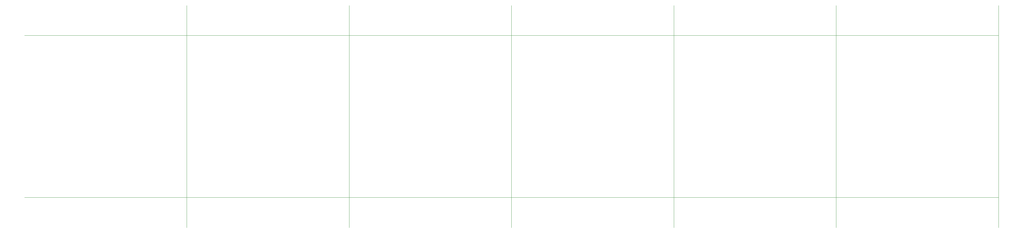
<source format=gbr>
G75*
G70*
%OFA0B0*%
%FSLAX25Y25*%
%IPPOS*%
%LPD*%
%AMOC8*
5,1,8,0,0,1.08239X$1,22.5*
%
%ADD10C,0.00100*%
D10*
X0010000Y0010000D02*
X1191100Y0010000D01*
X0010000Y0206850D02*
X1191100Y0206850D01*
X0206850Y-026516D02*
X0206850Y0243366D01*
X0403700Y-026516D02*
X0403700Y0243366D01*
X0600550Y-026516D02*
X0600550Y0243366D01*
X0797400Y-026516D02*
X0797400Y0243366D01*
X0994250Y-026516D02*
X0994250Y0243366D01*
X1191100Y-026516D02*
X1191100Y0243366D01*
M02*

</source>
